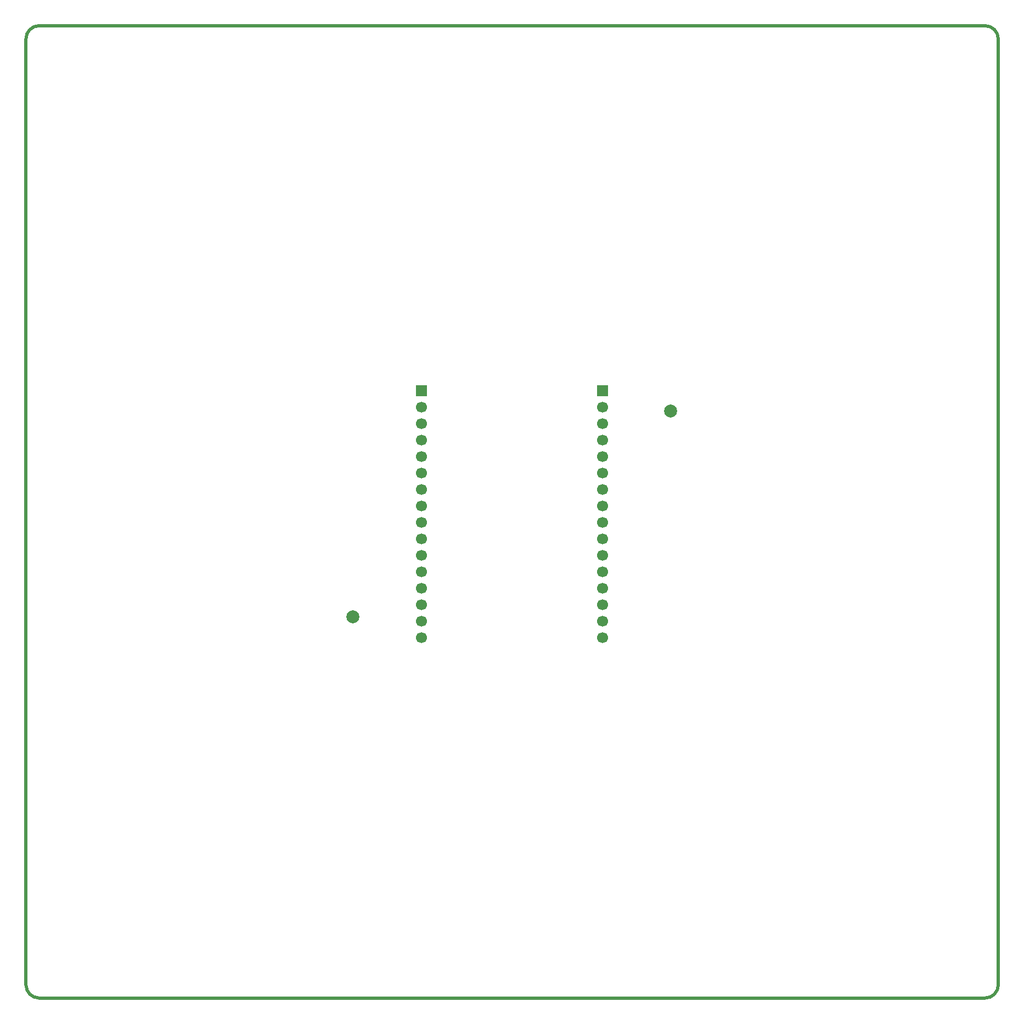
<source format=gbr>
%TF.GenerationSoftware,KiCad,Pcbnew,9.0.4*%
%TF.CreationDate,2025-11-21T09:49:57+00:00*%
%TF.ProjectId,PyBoardTester,5079426f-6172-4645-9465-737465722e6b,rev?*%
%TF.SameCoordinates,Original*%
%TF.FileFunction,Soldermask,Bot*%
%TF.FilePolarity,Negative*%
%FSLAX46Y46*%
G04 Gerber Fmt 4.6, Leading zero omitted, Abs format (unit mm)*
G04 Created by KiCad (PCBNEW 9.0.4) date 2025-11-21 09:49:57*
%MOMM*%
%LPD*%
G01*
G04 APERTURE LIST*
%ADD10C,2.000000*%
%ADD11R,1.700000X1.700000*%
%ADD12C,1.700000*%
%TA.AperFunction,Profile*%
%ADD13C,0.500000*%
%TD*%
G04 APERTURE END LIST*
D10*
%TO.C,TP27*%
X70440681Y-120215689D03*
%TD*%
D11*
%TO.C,J1*%
X81030000Y-85312633D03*
D12*
X81030000Y-87852633D03*
X81030000Y-90392633D03*
X81030000Y-92932633D03*
X81030000Y-95472633D03*
X81030000Y-98012633D03*
X81030000Y-100552633D03*
X81030000Y-103092633D03*
X81030000Y-105632633D03*
X81030000Y-108172633D03*
X81030000Y-110712633D03*
X81030000Y-113252633D03*
X81030000Y-115792633D03*
X81030000Y-118332633D03*
X81030000Y-120872633D03*
X81030000Y-123412633D03*
%TD*%
D10*
%TO.C,TP6*%
X119464000Y-88473966D03*
%TD*%
D11*
%TO.C,J2*%
X108964000Y-85300633D03*
D12*
X108964000Y-87840633D03*
X108964000Y-90380633D03*
X108964000Y-92920633D03*
X108964000Y-95460633D03*
X108964000Y-98000633D03*
X108964000Y-100540633D03*
X108964000Y-103080633D03*
X108964000Y-105620633D03*
X108964000Y-108160633D03*
X108964000Y-110700633D03*
X108964000Y-113240633D03*
X108964000Y-115780633D03*
X108964000Y-118320633D03*
X108964000Y-120860633D03*
X108964000Y-123400633D03*
%TD*%
D13*
X170000000Y-31000000D02*
X170000000Y-177000000D01*
X22000000Y-179000000D02*
G75*
G02*
X20000000Y-177000000I0J2000000D01*
G01*
X22000000Y-29000000D02*
X168000000Y-29000000D01*
X168000000Y-179000000D02*
X22000000Y-179000000D01*
X168000000Y-29000000D02*
G75*
G02*
X170000000Y-31000000I0J-2000000D01*
G01*
X20000000Y-177000000D02*
X20000000Y-31000000D01*
X170000000Y-177000000D02*
G75*
G02*
X168000000Y-179000000I-2000000J0D01*
G01*
X20000000Y-31000000D02*
G75*
G02*
X22000000Y-29000000I2000000J0D01*
G01*
M02*

</source>
